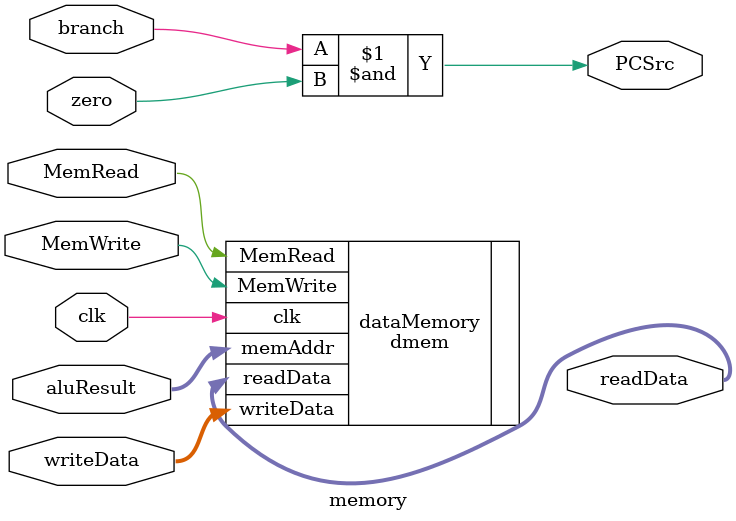
<source format=sv>
module memory
    (input logic branch, clk, zero, MemWrite, MemRead, 
    input logic [31:0] aluResult, writeData,
    output logic PCSrc,
	output logic [31:0] readData
	);	
    
    
    dmem dataMemory(.clk(clk), .MemWrite(MemWrite), .MemRead(MemRead), .memAddr(aluResult),
                    .writeData(writeData), .readData(readData));
    
    assign PCSrc = branch & zero;
    
endmodule

</source>
